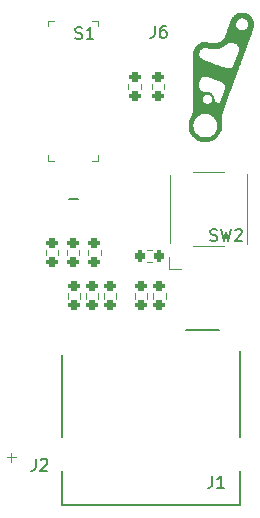
<source format=gto>
G04 #@! TF.GenerationSoftware,KiCad,Pcbnew,8.0.4*
G04 #@! TF.CreationDate,2024-10-10T13:01:36-07:00*
G04 #@! TF.ProjectId,TelemetryComputer,54656c65-6d65-4747-9279-436f6d707574,rev?*
G04 #@! TF.SameCoordinates,Original*
G04 #@! TF.FileFunction,Legend,Top*
G04 #@! TF.FilePolarity,Positive*
%FSLAX46Y46*%
G04 Gerber Fmt 4.6, Leading zero omitted, Abs format (unit mm)*
G04 Created by KiCad (PCBNEW 8.0.4) date 2024-10-10 13:01:36*
%MOMM*%
%LPD*%
G01*
G04 APERTURE LIST*
G04 Aperture macros list*
%AMRoundRect*
0 Rectangle with rounded corners*
0 $1 Rounding radius*
0 $2 $3 $4 $5 $6 $7 $8 $9 X,Y pos of 4 corners*
0 Add a 4 corners polygon primitive as box body*
4,1,4,$2,$3,$4,$5,$6,$7,$8,$9,$2,$3,0*
0 Add four circle primitives for the rounded corners*
1,1,$1+$1,$2,$3*
1,1,$1+$1,$4,$5*
1,1,$1+$1,$6,$7*
1,1,$1+$1,$8,$9*
0 Add four rect primitives between the rounded corners*
20,1,$1+$1,$2,$3,$4,$5,0*
20,1,$1+$1,$4,$5,$6,$7,0*
20,1,$1+$1,$6,$7,$8,$9,0*
20,1,$1+$1,$8,$9,$2,$3,0*%
G04 Aperture macros list end*
%ADD10C,0.150000*%
%ADD11C,0.100000*%
%ADD12C,0.000000*%
%ADD13C,0.120000*%
%ADD14C,0.152400*%
%ADD15RoundRect,0.200000X0.275000X-0.200000X0.275000X0.200000X-0.275000X0.200000X-0.275000X-0.200000X0*%
%ADD16C,1.524000*%
%ADD17RoundRect,0.200000X-0.275000X0.200000X-0.275000X-0.200000X0.275000X-0.200000X0.275000X0.200000X0*%
%ADD18C,0.990600*%
%ADD19R,0.711200X1.600200*%
%ADD20R,1.193800X2.209800*%
%ADD21R,1.193800X1.800000*%
%ADD22R,1.600200X1.498600*%
%ADD23O,1.004000X1.454000*%
%ADD24R,1.400000X1.600000*%
%ADD25RoundRect,0.200000X-0.200000X-0.275000X0.200000X-0.275000X0.200000X0.275000X-0.200000X0.275000X0*%
%ADD26R,1.900000X1.900000*%
%ADD27C,1.900000*%
%ADD28C,1.750000*%
G04 APERTURE END LIST*
D10*
X152216666Y-114054819D02*
X152216666Y-114769104D01*
X152216666Y-114769104D02*
X152169047Y-114911961D01*
X152169047Y-114911961D02*
X152073809Y-115007200D01*
X152073809Y-115007200D02*
X151930952Y-115054819D01*
X151930952Y-115054819D02*
X151835714Y-115054819D01*
X153216666Y-115054819D02*
X152645238Y-115054819D01*
X152930952Y-115054819D02*
X152930952Y-114054819D01*
X152930952Y-114054819D02*
X152835714Y-114197676D01*
X152835714Y-114197676D02*
X152740476Y-114292914D01*
X152740476Y-114292914D02*
X152645238Y-114340533D01*
X140086779Y-90638866D02*
X140848684Y-90638866D01*
X137266666Y-112604819D02*
X137266666Y-113319104D01*
X137266666Y-113319104D02*
X137219047Y-113461961D01*
X137219047Y-113461961D02*
X137123809Y-113557200D01*
X137123809Y-113557200D02*
X136980952Y-113604819D01*
X136980952Y-113604819D02*
X136885714Y-113604819D01*
X137695238Y-112700057D02*
X137742857Y-112652438D01*
X137742857Y-112652438D02*
X137838095Y-112604819D01*
X137838095Y-112604819D02*
X138076190Y-112604819D01*
X138076190Y-112604819D02*
X138171428Y-112652438D01*
X138171428Y-112652438D02*
X138219047Y-112700057D01*
X138219047Y-112700057D02*
X138266666Y-112795295D01*
X138266666Y-112795295D02*
X138266666Y-112890533D01*
X138266666Y-112890533D02*
X138219047Y-113033390D01*
X138219047Y-113033390D02*
X137647619Y-113604819D01*
X137647619Y-113604819D02*
X138266666Y-113604819D01*
D11*
X135596115Y-112458533D02*
X134834211Y-112458533D01*
X135215163Y-112077580D02*
X135215163Y-112839485D01*
D10*
X152066667Y-94107200D02*
X152209524Y-94154819D01*
X152209524Y-94154819D02*
X152447619Y-94154819D01*
X152447619Y-94154819D02*
X152542857Y-94107200D01*
X152542857Y-94107200D02*
X152590476Y-94059580D01*
X152590476Y-94059580D02*
X152638095Y-93964342D01*
X152638095Y-93964342D02*
X152638095Y-93869104D01*
X152638095Y-93869104D02*
X152590476Y-93773866D01*
X152590476Y-93773866D02*
X152542857Y-93726247D01*
X152542857Y-93726247D02*
X152447619Y-93678628D01*
X152447619Y-93678628D02*
X152257143Y-93631009D01*
X152257143Y-93631009D02*
X152161905Y-93583390D01*
X152161905Y-93583390D02*
X152114286Y-93535771D01*
X152114286Y-93535771D02*
X152066667Y-93440533D01*
X152066667Y-93440533D02*
X152066667Y-93345295D01*
X152066667Y-93345295D02*
X152114286Y-93250057D01*
X152114286Y-93250057D02*
X152161905Y-93202438D01*
X152161905Y-93202438D02*
X152257143Y-93154819D01*
X152257143Y-93154819D02*
X152495238Y-93154819D01*
X152495238Y-93154819D02*
X152638095Y-93202438D01*
X152971429Y-93154819D02*
X153209524Y-94154819D01*
X153209524Y-94154819D02*
X153400000Y-93440533D01*
X153400000Y-93440533D02*
X153590476Y-94154819D01*
X153590476Y-94154819D02*
X153828572Y-93154819D01*
X154161905Y-93250057D02*
X154209524Y-93202438D01*
X154209524Y-93202438D02*
X154304762Y-93154819D01*
X154304762Y-93154819D02*
X154542857Y-93154819D01*
X154542857Y-93154819D02*
X154638095Y-93202438D01*
X154638095Y-93202438D02*
X154685714Y-93250057D01*
X154685714Y-93250057D02*
X154733333Y-93345295D01*
X154733333Y-93345295D02*
X154733333Y-93440533D01*
X154733333Y-93440533D02*
X154685714Y-93583390D01*
X154685714Y-93583390D02*
X154114286Y-94154819D01*
X154114286Y-94154819D02*
X154733333Y-94154819D01*
X140638095Y-77007200D02*
X140780952Y-77054819D01*
X140780952Y-77054819D02*
X141019047Y-77054819D01*
X141019047Y-77054819D02*
X141114285Y-77007200D01*
X141114285Y-77007200D02*
X141161904Y-76959580D01*
X141161904Y-76959580D02*
X141209523Y-76864342D01*
X141209523Y-76864342D02*
X141209523Y-76769104D01*
X141209523Y-76769104D02*
X141161904Y-76673866D01*
X141161904Y-76673866D02*
X141114285Y-76626247D01*
X141114285Y-76626247D02*
X141019047Y-76578628D01*
X141019047Y-76578628D02*
X140828571Y-76531009D01*
X140828571Y-76531009D02*
X140733333Y-76483390D01*
X140733333Y-76483390D02*
X140685714Y-76435771D01*
X140685714Y-76435771D02*
X140638095Y-76340533D01*
X140638095Y-76340533D02*
X140638095Y-76245295D01*
X140638095Y-76245295D02*
X140685714Y-76150057D01*
X140685714Y-76150057D02*
X140733333Y-76102438D01*
X140733333Y-76102438D02*
X140828571Y-76054819D01*
X140828571Y-76054819D02*
X141066666Y-76054819D01*
X141066666Y-76054819D02*
X141209523Y-76102438D01*
X142161904Y-77054819D02*
X141590476Y-77054819D01*
X141876190Y-77054819D02*
X141876190Y-76054819D01*
X141876190Y-76054819D02*
X141780952Y-76197676D01*
X141780952Y-76197676D02*
X141685714Y-76292914D01*
X141685714Y-76292914D02*
X141590476Y-76340533D01*
X147366666Y-75954819D02*
X147366666Y-76669104D01*
X147366666Y-76669104D02*
X147319047Y-76811961D01*
X147319047Y-76811961D02*
X147223809Y-76907200D01*
X147223809Y-76907200D02*
X147080952Y-76954819D01*
X147080952Y-76954819D02*
X146985714Y-76954819D01*
X148271428Y-75954819D02*
X148080952Y-75954819D01*
X148080952Y-75954819D02*
X147985714Y-76002438D01*
X147985714Y-76002438D02*
X147938095Y-76050057D01*
X147938095Y-76050057D02*
X147842857Y-76192914D01*
X147842857Y-76192914D02*
X147795238Y-76383390D01*
X147795238Y-76383390D02*
X147795238Y-76764342D01*
X147795238Y-76764342D02*
X147842857Y-76859580D01*
X147842857Y-76859580D02*
X147890476Y-76907200D01*
X147890476Y-76907200D02*
X147985714Y-76954819D01*
X147985714Y-76954819D02*
X148176190Y-76954819D01*
X148176190Y-76954819D02*
X148271428Y-76907200D01*
X148271428Y-76907200D02*
X148319047Y-76859580D01*
X148319047Y-76859580D02*
X148366666Y-76764342D01*
X148366666Y-76764342D02*
X148366666Y-76526247D01*
X148366666Y-76526247D02*
X148319047Y-76431009D01*
X148319047Y-76431009D02*
X148271428Y-76383390D01*
X148271428Y-76383390D02*
X148176190Y-76335771D01*
X148176190Y-76335771D02*
X147985714Y-76335771D01*
X147985714Y-76335771D02*
X147890476Y-76383390D01*
X147890476Y-76383390D02*
X147842857Y-76431009D01*
X147842857Y-76431009D02*
X147795238Y-76526247D01*
D12*
G36*
X154761791Y-74818607D02*
G01*
X154794309Y-74818794D01*
X154831274Y-74819007D01*
X154884755Y-74820191D01*
X154926367Y-74822515D01*
X154960237Y-74826332D01*
X154990497Y-74831999D01*
X155021276Y-74839869D01*
X155026448Y-74841334D01*
X155157049Y-74888173D01*
X155277920Y-74951467D01*
X155390069Y-75031937D01*
X155494508Y-75130302D01*
X155587625Y-75241142D01*
X155623967Y-75293016D01*
X155654875Y-75346585D01*
X155682754Y-75406844D01*
X155710008Y-75478784D01*
X155728179Y-75533096D01*
X155742843Y-75581484D01*
X155752864Y-75623580D01*
X155759385Y-75666423D01*
X155763551Y-75717050D01*
X155765830Y-75764645D01*
X155767262Y-75853328D01*
X155763164Y-75930600D01*
X155752488Y-76004021D01*
X155734190Y-76081148D01*
X155711736Y-76155657D01*
X155698643Y-76195015D01*
X155679381Y-76251123D01*
X155654722Y-76321830D01*
X155625438Y-76404984D01*
X155592301Y-76498434D01*
X155556082Y-76600031D01*
X155517555Y-76707622D01*
X155477491Y-76819057D01*
X155436661Y-76932185D01*
X155395839Y-77044855D01*
X155355796Y-77154916D01*
X155317304Y-77260217D01*
X155281136Y-77358607D01*
X155248063Y-77447936D01*
X155243201Y-77460999D01*
X155208719Y-77554061D01*
X155170134Y-77659018D01*
X155129796Y-77769422D01*
X155090055Y-77878826D01*
X155053261Y-77980784D01*
X155028496Y-78049941D01*
X154995621Y-78141763D01*
X154958539Y-78244683D01*
X154919560Y-78352333D01*
X154880993Y-78458345D01*
X154845147Y-78556353D01*
X154822187Y-78618748D01*
X154800867Y-78676658D01*
X154773577Y-78751055D01*
X154741208Y-78839493D01*
X154704653Y-78939530D01*
X154664803Y-79048722D01*
X154622549Y-79164624D01*
X154578783Y-79284794D01*
X154534397Y-79406787D01*
X154490283Y-79528160D01*
X154475046Y-79570115D01*
X154352574Y-79907303D01*
X154224653Y-80259303D01*
X154092770Y-80622024D01*
X153958415Y-80991375D01*
X153823075Y-81363266D01*
X153688239Y-81733606D01*
X153555396Y-82098306D01*
X153426033Y-82453275D01*
X153373013Y-82598707D01*
X153327949Y-82722499D01*
X153284438Y-82842406D01*
X153243042Y-82956863D01*
X153204319Y-83064304D01*
X153168831Y-83163161D01*
X153137136Y-83251868D01*
X153109797Y-83328861D01*
X153087372Y-83392571D01*
X153070423Y-83441433D01*
X153059508Y-83473881D01*
X153056123Y-83484704D01*
X153034262Y-83574702D01*
X153019889Y-83669644D01*
X153012918Y-83772305D01*
X153013267Y-83885463D01*
X153020850Y-84011895D01*
X153035584Y-84154379D01*
X153035756Y-84155807D01*
X153047327Y-84295341D01*
X153048865Y-84435079D01*
X153040559Y-84569521D01*
X153022603Y-84693173D01*
X153015985Y-84724614D01*
X152974348Y-84865190D01*
X152914234Y-85004171D01*
X152837285Y-85139114D01*
X152745139Y-85267579D01*
X152639438Y-85387123D01*
X152521821Y-85495305D01*
X152471463Y-85535109D01*
X152385240Y-85592433D01*
X152284170Y-85646677D01*
X152173513Y-85695793D01*
X152058530Y-85737735D01*
X151944481Y-85770455D01*
X151836628Y-85791906D01*
X151799581Y-85796553D01*
X151677027Y-85805640D01*
X151566710Y-85805732D01*
X151462601Y-85796312D01*
X151358673Y-85776859D01*
X151259257Y-85750026D01*
X151171919Y-85722523D01*
X151099496Y-85697024D01*
X151037197Y-85671396D01*
X150980234Y-85643503D01*
X150923816Y-85611209D01*
X150868088Y-85575653D01*
X150737375Y-85479957D01*
X150623481Y-85376218D01*
X150524074Y-85261758D01*
X150436820Y-85133903D01*
X150361759Y-84994906D01*
X150327475Y-84921591D01*
X150301356Y-84859160D01*
X150281272Y-84801193D01*
X150265092Y-84741272D01*
X150250685Y-84672977D01*
X150245369Y-84644253D01*
X150239555Y-84602419D01*
X150234379Y-84547623D01*
X150230087Y-84485139D01*
X150226922Y-84420246D01*
X150225922Y-84385618D01*
X150637910Y-84385618D01*
X150638573Y-84422592D01*
X150640951Y-84487303D01*
X150644786Y-84538004D01*
X150650880Y-84580809D01*
X150660032Y-84621832D01*
X150668696Y-84652792D01*
X150718306Y-84786731D01*
X150784379Y-84911512D01*
X150865485Y-85025461D01*
X150960192Y-85126901D01*
X151067069Y-85214159D01*
X151184686Y-85285559D01*
X151226343Y-85305687D01*
X151291060Y-85330410D01*
X151368995Y-85352992D01*
X151453243Y-85371964D01*
X151536900Y-85385856D01*
X151613061Y-85393198D01*
X151641156Y-85393975D01*
X151758607Y-85385309D01*
X151880189Y-85360140D01*
X152001359Y-85320134D01*
X152117574Y-85266960D01*
X152224293Y-85202284D01*
X152281588Y-85158890D01*
X152359782Y-85087567D01*
X152425938Y-85011532D01*
X152484503Y-84925172D01*
X152526015Y-84850456D01*
X152564845Y-84770207D01*
X152593496Y-84697885D01*
X152614511Y-84625814D01*
X152630431Y-84546315D01*
X152633828Y-84524939D01*
X152644157Y-84391631D01*
X152635373Y-84257077D01*
X152608115Y-84123956D01*
X152563018Y-83994951D01*
X152500720Y-83872741D01*
X152466236Y-83819218D01*
X152417786Y-83756822D01*
X152357908Y-83691562D01*
X152291693Y-83628240D01*
X152224236Y-83571659D01*
X152160631Y-83526620D01*
X152147395Y-83518583D01*
X152030017Y-83460846D01*
X151902540Y-83418176D01*
X151769262Y-83391566D01*
X151634485Y-83382010D01*
X151565398Y-83384100D01*
X151436307Y-83402373D01*
X151309756Y-83438864D01*
X151188052Y-83491980D01*
X151073501Y-83560127D01*
X150968412Y-83641714D01*
X150875091Y-83735146D01*
X150795844Y-83838832D01*
X150732980Y-83951179D01*
X150727904Y-83962333D01*
X150691492Y-84050447D01*
X150665514Y-84130508D01*
X150648743Y-84208840D01*
X150639951Y-84291769D01*
X150637910Y-84385618D01*
X150225922Y-84385618D01*
X150225130Y-84358221D01*
X150224955Y-84304340D01*
X150226642Y-84263880D01*
X150227384Y-84256480D01*
X150239808Y-84165992D01*
X150255083Y-84084016D01*
X150274573Y-84006328D01*
X150299643Y-83928704D01*
X150331656Y-83846923D01*
X150371978Y-83756760D01*
X150421973Y-83653992D01*
X150422104Y-83653729D01*
X150465849Y-83564850D01*
X150501085Y-83489439D01*
X150529362Y-83423521D01*
X150552230Y-83363120D01*
X150571238Y-83304261D01*
X150587935Y-83242970D01*
X150597242Y-83204439D01*
X150599488Y-83194623D01*
X150601571Y-83184694D01*
X150603498Y-83173884D01*
X150605279Y-83161423D01*
X150606921Y-83146542D01*
X150608433Y-83128472D01*
X150609823Y-83106443D01*
X150611098Y-83079687D01*
X150612268Y-83047433D01*
X150613341Y-83008913D01*
X150614324Y-82963357D01*
X150615227Y-82909996D01*
X150616057Y-82848062D01*
X150616822Y-82776783D01*
X150617531Y-82695392D01*
X150618192Y-82603119D01*
X150618813Y-82499195D01*
X150619402Y-82382850D01*
X150619969Y-82253315D01*
X150620299Y-82167499D01*
X151432772Y-82167499D01*
X151435740Y-82218274D01*
X151441648Y-82256551D01*
X151452055Y-82289919D01*
X151463030Y-82314792D01*
X151502063Y-82377278D01*
X151555009Y-82435390D01*
X151615729Y-82482943D01*
X151634485Y-82493593D01*
X151648124Y-82501337D01*
X151675179Y-82513866D01*
X151698953Y-82522076D01*
X151724896Y-82526856D01*
X151758460Y-82529093D01*
X151805096Y-82529674D01*
X151822116Y-82529658D01*
X151890768Y-82527532D01*
X151944848Y-82520247D01*
X151989652Y-82505908D01*
X152030477Y-82482619D01*
X152072619Y-82448482D01*
X152087602Y-82434624D01*
X152144277Y-82367264D01*
X152187087Y-82285446D01*
X152209461Y-82217171D01*
X152217116Y-82183302D01*
X152219422Y-82155153D01*
X152216390Y-82123908D01*
X152209607Y-82088254D01*
X152186519Y-82006725D01*
X152152845Y-81938443D01*
X152105712Y-81878053D01*
X152086363Y-81858610D01*
X152018428Y-81806943D01*
X151942888Y-81772349D01*
X151862752Y-81754790D01*
X151781033Y-81754230D01*
X151700742Y-81770633D01*
X151624890Y-81803962D01*
X151556488Y-81854182D01*
X151545076Y-81865135D01*
X151491816Y-81929541D01*
X151456022Y-81999899D01*
X151436695Y-82078905D01*
X151432772Y-82167499D01*
X150620299Y-82167499D01*
X150620520Y-82109822D01*
X150621064Y-81951599D01*
X150621610Y-81777880D01*
X150622165Y-81587893D01*
X150622738Y-81380870D01*
X150623338Y-81156041D01*
X150623951Y-80920259D01*
X151135064Y-80920259D01*
X151137559Y-81000993D01*
X151143095Y-81075708D01*
X151147719Y-81114353D01*
X151170162Y-81203586D01*
X151210507Y-81287640D01*
X151266664Y-81363713D01*
X151336540Y-81429000D01*
X151418044Y-81480698D01*
X151422802Y-81483081D01*
X151497888Y-81520191D01*
X151715862Y-81534017D01*
X151781033Y-81538531D01*
X151782842Y-81538656D01*
X151845483Y-81543722D01*
X151900113Y-81548861D01*
X151943062Y-81553719D01*
X151970658Y-81557943D01*
X151975327Y-81559015D01*
X152044843Y-81584176D01*
X152118037Y-81621701D01*
X152187301Y-81667278D01*
X152233457Y-81705408D01*
X152300430Y-81777050D01*
X152352029Y-81854347D01*
X152389609Y-81940326D01*
X152414529Y-82038011D01*
X152427147Y-82137094D01*
X152433129Y-82203906D01*
X152439488Y-82254135D01*
X152447202Y-82291322D01*
X152457247Y-82319011D01*
X152470601Y-82340743D01*
X152488241Y-82360060D01*
X152488816Y-82360610D01*
X152515860Y-82380469D01*
X152555605Y-82402587D01*
X152602292Y-82424492D01*
X152650158Y-82443715D01*
X152693442Y-82457784D01*
X152726383Y-82464229D01*
X152730815Y-82464388D01*
X152767644Y-82458049D01*
X152810531Y-82441795D01*
X152851422Y-82419490D01*
X152882260Y-82394997D01*
X152887101Y-82389438D01*
X152895836Y-82376166D01*
X152906714Y-82355450D01*
X152920165Y-82326165D01*
X152936620Y-82287187D01*
X152956512Y-82237389D01*
X152980270Y-82175648D01*
X153008326Y-82100837D01*
X153041111Y-82011833D01*
X153079055Y-81907509D01*
X153122590Y-81786740D01*
X153172147Y-81648402D01*
X153188104Y-81603726D01*
X153219075Y-81516736D01*
X153243920Y-81446167D01*
X153263371Y-81389512D01*
X153278159Y-81344262D01*
X153289017Y-81307907D01*
X153296678Y-81277940D01*
X153301874Y-81251851D01*
X153305336Y-81227133D01*
X153307799Y-81201276D01*
X153308599Y-81190963D01*
X153305997Y-81094044D01*
X153284161Y-81000014D01*
X153243983Y-80911254D01*
X153186358Y-80830146D01*
X153164098Y-80805909D01*
X153143033Y-80785986D01*
X153118798Y-80766735D01*
X153089847Y-80747474D01*
X153054634Y-80727524D01*
X153011613Y-80706203D01*
X152959237Y-80682832D01*
X152895961Y-80656730D01*
X152820239Y-80627215D01*
X152730523Y-80593609D01*
X152625269Y-80555230D01*
X152502930Y-80511398D01*
X152461395Y-80496632D01*
X152366547Y-80462900D01*
X152273474Y-80429682D01*
X152184745Y-80397902D01*
X152102925Y-80368485D01*
X152030583Y-80342354D01*
X151970285Y-80320435D01*
X151924598Y-80303652D01*
X151902604Y-80295423D01*
X151800802Y-80261022D01*
X151711328Y-80240110D01*
X151631904Y-80232318D01*
X151560252Y-80237274D01*
X151552995Y-80238536D01*
X151463703Y-80264807D01*
X151379658Y-80308359D01*
X151303887Y-80366550D01*
X151239422Y-80436737D01*
X151189290Y-80516277D01*
X151163683Y-80578128D01*
X151152910Y-80623891D01*
X151144532Y-80685323D01*
X151138680Y-80758087D01*
X151135480Y-80837845D01*
X151135064Y-80920259D01*
X150623951Y-80920259D01*
X150623971Y-80912638D01*
X150624647Y-80649891D01*
X150624667Y-80642291D01*
X150625443Y-80352078D01*
X150626231Y-80081595D01*
X150627035Y-79830437D01*
X150627856Y-79598201D01*
X150628699Y-79384480D01*
X150629565Y-79188872D01*
X150630458Y-79010970D01*
X150631380Y-78850371D01*
X150632334Y-78706670D01*
X150633324Y-78579462D01*
X150634351Y-78468343D01*
X150635419Y-78372908D01*
X150636157Y-78319684D01*
X151140176Y-78319684D01*
X151147891Y-78387198D01*
X151170709Y-78473087D01*
X151210975Y-78557401D01*
X151266235Y-78635513D01*
X151297768Y-78669846D01*
X151337571Y-78707022D01*
X151379988Y-78740908D01*
X151427301Y-78772657D01*
X151481787Y-78803424D01*
X151545727Y-78834362D01*
X151621401Y-78866625D01*
X151631904Y-78870694D01*
X151711088Y-78901367D01*
X151817067Y-78939741D01*
X151862386Y-78955620D01*
X151930217Y-78979552D01*
X152009243Y-79007971D01*
X152091875Y-79038118D01*
X152170524Y-79067231D01*
X152212035Y-79082824D01*
X152262160Y-79101599D01*
X152328052Y-79125996D01*
X152406523Y-79154849D01*
X152494382Y-79186992D01*
X152588440Y-79221258D01*
X152685509Y-79256483D01*
X152782400Y-79291500D01*
X152816078Y-79303635D01*
X152907690Y-79336622D01*
X152996882Y-79368746D01*
X153081126Y-79399097D01*
X153157899Y-79426765D01*
X153224674Y-79450840D01*
X153278927Y-79470412D01*
X153318132Y-79484570D01*
X153332224Y-79489668D01*
X153398013Y-79512683D01*
X153450530Y-79528650D01*
X153494972Y-79538541D01*
X153536535Y-79543328D01*
X153580415Y-79543984D01*
X153614741Y-79542537D01*
X153662163Y-79538801D01*
X153699300Y-79532418D01*
X153734664Y-79521150D01*
X153776762Y-79502759D01*
X153790136Y-79496402D01*
X153831461Y-79475466D01*
X153868282Y-79453723D01*
X153901532Y-79429599D01*
X153932144Y-79401517D01*
X153961052Y-79367901D01*
X153989189Y-79327174D01*
X154017487Y-79277761D01*
X154046881Y-79218086D01*
X154078303Y-79146572D01*
X154112687Y-79061643D01*
X154150967Y-78961723D01*
X154194074Y-78845236D01*
X154223373Y-78764725D01*
X154274827Y-78622571D01*
X154319741Y-78497927D01*
X154358494Y-78389397D01*
X154391465Y-78295581D01*
X154419036Y-78215082D01*
X154441586Y-78146503D01*
X154459494Y-78088446D01*
X154473141Y-78039513D01*
X154482906Y-77998306D01*
X154489170Y-77963427D01*
X154492312Y-77933480D01*
X154492712Y-77907066D01*
X154490750Y-77882787D01*
X154486805Y-77859247D01*
X154481259Y-77835046D01*
X154478742Y-77825121D01*
X154453184Y-77742936D01*
X154421276Y-77674474D01*
X154379803Y-77613568D01*
X154351282Y-77580550D01*
X154319298Y-77548547D01*
X154286767Y-77522599D01*
X154247617Y-77498485D01*
X154195779Y-77471983D01*
X154193696Y-77470977D01*
X154076542Y-77419788D01*
X153969892Y-77384508D01*
X153872276Y-77364859D01*
X153782223Y-77360563D01*
X153698265Y-77371341D01*
X153684830Y-77374565D01*
X153648986Y-77384895D01*
X153616116Y-77397506D01*
X153583150Y-77414316D01*
X153547019Y-77437246D01*
X153504655Y-77468215D01*
X153452987Y-77509143D01*
X153400203Y-77552580D01*
X153259055Y-77661032D01*
X153118788Y-77750375D01*
X152977283Y-77821412D01*
X152832424Y-77874944D01*
X152682093Y-77911774D01*
X152524172Y-77932703D01*
X152380856Y-77938595D01*
X152317974Y-77938368D01*
X152263807Y-77936823D01*
X152214440Y-77933349D01*
X152165958Y-77927334D01*
X152114446Y-77918167D01*
X152055990Y-77905238D01*
X151986675Y-77887935D01*
X151902585Y-77865648D01*
X151887554Y-77861593D01*
X151810441Y-77841319D01*
X151748584Y-77826721D01*
X151698048Y-77817393D01*
X151654893Y-77812927D01*
X151615184Y-77812918D01*
X151574984Y-77816959D01*
X151530355Y-77824642D01*
X151530162Y-77824679D01*
X151441327Y-77851962D01*
X151359435Y-77896849D01*
X151286533Y-77957412D01*
X151224670Y-78031725D01*
X151175894Y-78117861D01*
X151151685Y-78180817D01*
X151140207Y-78242874D01*
X151140176Y-78319684D01*
X150636157Y-78319684D01*
X150636530Y-78292752D01*
X150637688Y-78227472D01*
X150638895Y-78176661D01*
X150640154Y-78139916D01*
X150641468Y-78116832D01*
X150642388Y-78108766D01*
X150664616Y-78023413D01*
X150700017Y-77931193D01*
X150745778Y-77837482D01*
X150799086Y-77747657D01*
X150857131Y-77667095D01*
X150897770Y-77620454D01*
X151000227Y-77525088D01*
X151109758Y-77447063D01*
X151229429Y-77384511D01*
X151362307Y-77335565D01*
X151369084Y-77333522D01*
X151406115Y-77322874D01*
X151437782Y-77315253D01*
X151468760Y-77310158D01*
X151503724Y-77307091D01*
X151547347Y-77305551D01*
X151604304Y-77305039D01*
X151635870Y-77305011D01*
X151807015Y-77305067D01*
X152023464Y-77365085D01*
X152239913Y-77425103D01*
X152380856Y-77424689D01*
X152443579Y-77423924D01*
X152492560Y-77421567D01*
X152534173Y-77416898D01*
X152574791Y-77409191D01*
X152620790Y-77397725D01*
X152622388Y-77397297D01*
X152760295Y-77350601D01*
X152887574Y-77287764D01*
X153003062Y-77209732D01*
X153105600Y-77117453D01*
X153194026Y-77011872D01*
X153267180Y-76893938D01*
X153286294Y-76855614D01*
X153296200Y-76834564D01*
X153305274Y-76814939D01*
X153314086Y-76795226D01*
X153323203Y-76773917D01*
X153333194Y-76749498D01*
X153344627Y-76720458D01*
X153358070Y-76685288D01*
X153374092Y-76642474D01*
X153393261Y-76590506D01*
X153416144Y-76527874D01*
X153443311Y-76453064D01*
X153475330Y-76364567D01*
X153512768Y-76260872D01*
X153556194Y-76140466D01*
X153579173Y-76076734D01*
X153627805Y-75942032D01*
X153670344Y-75824770D01*
X153674249Y-75814101D01*
X154259697Y-75814101D01*
X154261614Y-75880624D01*
X154269654Y-75938709D01*
X154271865Y-75947989D01*
X154302083Y-76026824D01*
X154349194Y-76101820D01*
X154409980Y-76170093D01*
X154481220Y-76228763D01*
X154559698Y-76274949D01*
X154642193Y-76305768D01*
X154680762Y-76314018D01*
X154774791Y-76319535D01*
X154865754Y-76306646D01*
X154951714Y-76277050D01*
X155030736Y-76232442D01*
X155100882Y-76174521D01*
X155160216Y-76104985D01*
X155206802Y-76025529D01*
X155238703Y-75937853D01*
X155253982Y-75843652D01*
X155255047Y-75810638D01*
X155253087Y-75762779D01*
X155245960Y-75720909D01*
X155231699Y-75675180D01*
X155223774Y-75654161D01*
X155183122Y-75566763D01*
X155134275Y-75495471D01*
X155074204Y-75436930D01*
X154999885Y-75387786D01*
X154968882Y-75371662D01*
X154879803Y-75335998D01*
X154794309Y-75319045D01*
X154709137Y-75320577D01*
X154621025Y-75340370D01*
X154602850Y-75346469D01*
X154508631Y-75389464D01*
X154427379Y-75446845D01*
X154360332Y-75517311D01*
X154308729Y-75599563D01*
X154273942Y-75691803D01*
X154263831Y-75748156D01*
X154259697Y-75814101D01*
X153674249Y-75814101D01*
X153707439Y-75723415D01*
X153739738Y-75636434D01*
X153767891Y-75562294D01*
X153782223Y-75525770D01*
X153792546Y-75499463D01*
X153814352Y-75446408D01*
X153833958Y-75401596D01*
X153852013Y-75363494D01*
X153869165Y-75330570D01*
X153886064Y-75301291D01*
X153903357Y-75274123D01*
X153921695Y-75247535D01*
X153941725Y-75219994D01*
X153941958Y-75219679D01*
X153987623Y-75160870D01*
X154031198Y-75112186D01*
X154078595Y-75067760D01*
X154135724Y-75021728D01*
X154159304Y-75004010D01*
X154270581Y-74932199D01*
X154389172Y-74875453D01*
X154489972Y-74841515D01*
X154523591Y-74833009D01*
X154554989Y-74826857D01*
X154588433Y-74822698D01*
X154628193Y-74820175D01*
X154678535Y-74818926D01*
X154743728Y-74818592D01*
X154761791Y-74818607D01*
G37*
D13*
X138127500Y-95387258D02*
X138127500Y-94912742D01*
X139172500Y-95387258D02*
X139172500Y-94912742D01*
X145127500Y-80862742D02*
X145127500Y-81337258D01*
X146172500Y-80862742D02*
X146172500Y-81337258D01*
X143061802Y-98562742D02*
X143061802Y-99037258D01*
X144106802Y-98562742D02*
X144106802Y-99037258D01*
D14*
X139493500Y-110757311D02*
X139493500Y-103800533D01*
X139493500Y-116496800D02*
X139493500Y-113632591D01*
X149988333Y-101739398D02*
X152767244Y-101739398D01*
X154606500Y-103499141D02*
X154606500Y-110757311D01*
X154606500Y-113632591D02*
X154606500Y-116496800D01*
X154606500Y-116496800D02*
X139493500Y-116496800D01*
D13*
X141519651Y-98562742D02*
X141519651Y-99037258D01*
X142564651Y-98562742D02*
X142564651Y-99037258D01*
X139927500Y-95387258D02*
X139927500Y-94912742D01*
X140972500Y-95387258D02*
X140972500Y-94912742D01*
X145685347Y-98562742D02*
X145685347Y-99037258D01*
X146730347Y-98562742D02*
X146730347Y-99037258D01*
X147127500Y-81337258D02*
X147127500Y-80862742D01*
X148172500Y-81337258D02*
X148172500Y-80862742D01*
X147227500Y-98562742D02*
X147227500Y-99037258D01*
X148272500Y-98562742D02*
X148272500Y-99037258D01*
X141727500Y-95387258D02*
X141727500Y-94912742D01*
X142772500Y-95387258D02*
X142772500Y-94912742D01*
X148600000Y-96550000D02*
X148600000Y-95550000D01*
X148650000Y-88550000D02*
X148650000Y-94350000D01*
X149600000Y-96550000D02*
X148600000Y-96550000D01*
X150600000Y-88350000D02*
X153200000Y-88350000D01*
X150600000Y-94550000D02*
X153200000Y-94550000D01*
X155150000Y-88450000D02*
X155150000Y-94450000D01*
X139977500Y-98562742D02*
X139977500Y-99037258D01*
X141022500Y-98562742D02*
X141022500Y-99037258D01*
X146687742Y-94927500D02*
X147162258Y-94927500D01*
X146687742Y-95972500D02*
X147162258Y-95972500D01*
D11*
X138350000Y-75500000D02*
X138350000Y-76000000D01*
X138350000Y-75500000D02*
X138850000Y-75500000D01*
X138350000Y-87400000D02*
X138350000Y-86900000D01*
X138350000Y-87400000D02*
X138850000Y-87400000D01*
X142550000Y-75500000D02*
X142050000Y-75500000D01*
X142550000Y-75500000D02*
X142550000Y-76000000D01*
X142550000Y-87400000D02*
X142050000Y-87400000D01*
X142550000Y-87400000D02*
X142550000Y-86900000D01*
%LPC*%
D15*
X138650000Y-95975000D03*
X138650000Y-94325000D03*
D16*
X158105000Y-76200000D03*
X158105000Y-78740000D03*
X158105000Y-81280000D03*
X158105000Y-83820000D03*
X158105000Y-86360000D03*
X158105000Y-88900000D03*
X158105000Y-91440000D03*
X158105000Y-93980000D03*
X158105000Y-96520000D03*
X158105000Y-99060000D03*
X158105000Y-101600000D03*
X158105000Y-104140000D03*
X158105000Y-106680000D03*
D17*
X145650000Y-80275000D03*
X145650000Y-81925000D03*
X143584302Y-97975000D03*
X143584302Y-99625000D03*
D18*
X142099992Y-112366399D03*
X150099992Y-112366399D03*
D19*
X149299993Y-101366398D03*
X148199992Y-101366398D03*
X147099992Y-101366398D03*
X145999991Y-101366398D03*
X144899991Y-101366398D03*
X143799991Y-101366398D03*
X142699990Y-101366398D03*
X141599990Y-101366398D03*
D20*
X139300000Y-112194951D03*
X154800000Y-112194951D03*
D21*
X139303098Y-102567793D03*
D22*
X153900084Y-102417101D03*
D19*
X140499990Y-101366398D03*
D17*
X142042151Y-97975000D03*
X142042151Y-99625000D03*
D15*
X140450000Y-95975000D03*
X140450000Y-94325000D03*
D23*
X141450000Y-89650000D03*
X140450000Y-89650000D03*
X139450000Y-89650000D03*
X139450000Y-92750000D03*
X140450000Y-92750000D03*
X141450000Y-92750000D03*
D17*
X146207847Y-97975000D03*
X146207847Y-99625000D03*
D15*
X147650000Y-81925000D03*
X147650000Y-80275000D03*
D17*
X147750000Y-97975000D03*
X147750000Y-99625000D03*
D15*
X142250000Y-95975000D03*
X142250000Y-94325000D03*
D16*
X137750000Y-115150000D03*
X135210000Y-115130000D03*
D24*
X149650000Y-95450000D03*
X149650000Y-87450000D03*
X154150000Y-95450000D03*
X154150000Y-87450000D03*
D16*
X137785000Y-73300000D03*
X140325000Y-73300000D03*
X142865000Y-73300000D03*
X145405000Y-73300000D03*
X147945000Y-73300000D03*
X150485000Y-73300000D03*
X153025000Y-73300000D03*
X155565000Y-73300000D03*
X135245000Y-76200000D03*
X135245000Y-78740000D03*
X135245000Y-81280000D03*
X135245000Y-83820000D03*
X135245000Y-86360000D03*
X135245000Y-88900000D03*
X135245000Y-91440000D03*
X135245000Y-93980000D03*
X135245000Y-96520000D03*
X135245000Y-99060000D03*
X135245000Y-101600000D03*
X135245000Y-104140000D03*
X135245000Y-106680000D03*
D17*
X140500000Y-97975000D03*
X140500000Y-99625000D03*
D25*
X146100000Y-95450000D03*
X147750000Y-95450000D03*
D26*
X140450000Y-79100000D03*
D27*
X140450000Y-81600000D03*
X140450000Y-84100000D03*
D28*
X145655000Y-78250000D03*
X147655000Y-78250000D03*
%LPD*%
M02*

</source>
